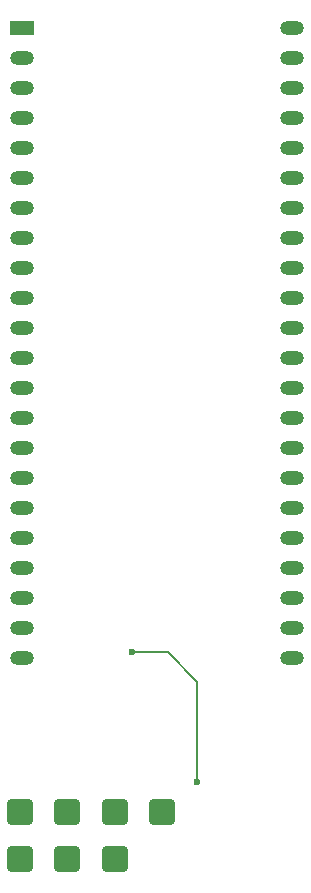
<source format=gbl>
%TF.GenerationSoftware,KiCad,Pcbnew,9.0.2*%
%TF.CreationDate,2025-07-06T23:36:37+02:00*%
%TF.ProjectId,wireless-nes-adapter,77697265-6c65-4737-932d-6e65732d6164,rev?*%
%TF.SameCoordinates,Original*%
%TF.FileFunction,Copper,L2,Bot*%
%TF.FilePolarity,Positive*%
%FSLAX46Y46*%
G04 Gerber Fmt 4.6, Leading zero omitted, Abs format (unit mm)*
G04 Created by KiCad (PCBNEW 9.0.2) date 2025-07-06 23:36:37*
%MOMM*%
%LPD*%
G01*
G04 APERTURE LIST*
G04 Aperture macros list*
%AMRoundRect*
0 Rectangle with rounded corners*
0 $1 Rounding radius*
0 $2 $3 $4 $5 $6 $7 $8 $9 X,Y pos of 4 corners*
0 Add a 4 corners polygon primitive as box body*
4,1,4,$2,$3,$4,$5,$6,$7,$8,$9,$2,$3,0*
0 Add four circle primitives for the rounded corners*
1,1,$1+$1,$2,$3*
1,1,$1+$1,$4,$5*
1,1,$1+$1,$6,$7*
1,1,$1+$1,$8,$9*
0 Add four rect primitives between the rounded corners*
20,1,$1+$1,$2,$3,$4,$5,0*
20,1,$1+$1,$4,$5,$6,$7,0*
20,1,$1+$1,$6,$7,$8,$9,0*
20,1,$1+$1,$8,$9,$2,$3,0*%
G04 Aperture macros list end*
%TA.AperFunction,ComponentPad*%
%ADD10RoundRect,0.250000X-0.825000X-0.825000X0.825000X-0.825000X0.825000X0.825000X-0.825000X0.825000X0*%
%TD*%
%TA.AperFunction,ComponentPad*%
%ADD11R,2.000000X1.200000*%
%TD*%
%TA.AperFunction,ComponentPad*%
%ADD12O,2.000000X1.200000*%
%TD*%
%TA.AperFunction,ViaPad*%
%ADD13C,0.600000*%
%TD*%
%TA.AperFunction,Conductor*%
%ADD14C,0.200000*%
%TD*%
G04 APERTURE END LIST*
D10*
%TO.P,G1,1,Pin_1*%
%TO.N,Net-(G1-Pin_1)*%
X114500000Y-124500000D03*
%TD*%
%TO.P,N2,1,Pin_1*%
%TO.N,unconnected-(N2-Pin_1-Pad1)*%
X102500000Y-128500000D03*
%TD*%
%TO.P,N1,1,Pin_1*%
%TO.N,unconnected-(N1-Pin_1-Pad1)*%
X106500000Y-128500000D03*
%TD*%
%TO.P,D1,1,Pin_1*%
%TO.N,Net-(D1-Pin_1)*%
X102500000Y-124500000D03*
%TD*%
%TO.P,L1,1,Pin_1*%
%TO.N,Net-(L1-Pin_1)*%
X106500000Y-124500000D03*
%TD*%
%TO.P,C1,1,Pin_1*%
%TO.N,Net-(C1-Pin_1)*%
X110500000Y-124500000D03*
%TD*%
%TO.P,VCC1,1,Pin_1*%
%TO.N,Net-(U1-5V)*%
X110500000Y-128500000D03*
%TD*%
D11*
%TO.P,U1,1,3V3*%
%TO.N,Net-(U1-3V3-Pad1)*%
X102640000Y-58140000D03*
D12*
%TO.P,U1,2,3V3*%
X102640000Y-60680000D03*
%TO.P,U1,3,CHIP_PU*%
%TO.N,unconnected-(U1-CHIP_PU-Pad3)*%
X102640000Y-63220000D03*
%TO.P,U1,4,GPIO4/ADC1_CH3*%
%TO.N,unconnected-(U1-GPIO4{slash}ADC1_CH3-Pad4)*%
X102640000Y-65760000D03*
%TO.P,U1,5,GPIO5/ADC1_CH4*%
%TO.N,unconnected-(U1-GPIO5{slash}ADC1_CH4-Pad5)*%
X102640000Y-68300000D03*
%TO.P,U1,6,GPIO6/ADC1_CH5*%
%TO.N,unconnected-(U1-GPIO6{slash}ADC1_CH5-Pad6)*%
X102640000Y-70840000D03*
%TO.P,U1,7,GPIO7/ADC1_CH6*%
%TO.N,unconnected-(U1-GPIO7{slash}ADC1_CH6-Pad7)*%
X102640000Y-73380000D03*
%TO.P,U1,8,GPIO15/ADC2_CH4/32K_P*%
%TO.N,unconnected-(U1-GPIO15{slash}ADC2_CH4{slash}32K_P-Pad8)*%
X102640000Y-75920000D03*
%TO.P,U1,9,GPIO16/ADC2_CH5/32K_N*%
%TO.N,unconnected-(U1-GPIO16{slash}ADC2_CH5{slash}32K_N-Pad9)*%
X102640000Y-78460000D03*
%TO.P,U1,10,GPIO17/ADC2_CH6*%
%TO.N,unconnected-(U1-GPIO17{slash}ADC2_CH6-Pad10)*%
X102640000Y-81000000D03*
%TO.P,U1,11,GPIO18/ADC2_CH7*%
%TO.N,unconnected-(U1-GPIO18{slash}ADC2_CH7-Pad11)*%
X102640000Y-83540000D03*
%TO.P,U1,12,GPIO8/ADC1_CH7*%
%TO.N,unconnected-(U1-GPIO8{slash}ADC1_CH7-Pad12)*%
X102640000Y-86080000D03*
%TO.P,U1,13,GPIO3/ADC1_CH2*%
%TO.N,unconnected-(U1-GPIO3{slash}ADC1_CH2-Pad13)*%
X102640000Y-88620000D03*
%TO.P,U1,14,GPIO46*%
%TO.N,unconnected-(U1-GPIO46-Pad14)*%
X102640000Y-91160000D03*
%TO.P,U1,15,GPIO9/ADC1_CH8*%
%TO.N,unconnected-(U1-GPIO9{slash}ADC1_CH8-Pad15)*%
X102640000Y-93700000D03*
%TO.P,U1,16,GPIO10/ADC1_CH9*%
%TO.N,unconnected-(U1-GPIO10{slash}ADC1_CH9-Pad16)*%
X102640000Y-96240000D03*
%TO.P,U1,17,GPIO11/ADC2_CH0*%
%TO.N,unconnected-(U1-GPIO11{slash}ADC2_CH0-Pad17)*%
X102640000Y-98780000D03*
%TO.P,U1,18,GPIO12/ADC2_CH1*%
%TO.N,unconnected-(U1-GPIO12{slash}ADC2_CH1-Pad18)*%
X102640000Y-101320000D03*
%TO.P,U1,19,GPIO13/ADC2_CH2*%
%TO.N,unconnected-(U1-GPIO13{slash}ADC2_CH2-Pad19)*%
X102640000Y-103860000D03*
%TO.P,U1,20,GPIO14/ADC2_CH3*%
%TO.N,unconnected-(U1-GPIO14{slash}ADC2_CH3-Pad20)*%
X102636320Y-106397280D03*
%TO.P,U1,21,5V*%
%TO.N,Net-(U1-5V)*%
X102636320Y-108937280D03*
%TO.P,U1,22,GND*%
%TO.N,Net-(G1-Pin_1)*%
X102636320Y-111477280D03*
%TO.P,U1,23,GND*%
X125500000Y-111480000D03*
%TO.P,U1,24,GND*%
X125500000Y-108940000D03*
%TO.P,U1,25,GPIO19/USB_D-*%
%TO.N,unconnected-(U1-GPIO19{slash}USB_D--Pad25)*%
X125500000Y-106400000D03*
%TO.P,U1,26,GPIO20/USB_D+*%
%TO.N,unconnected-(U1-GPIO20{slash}USB_D+-Pad26)*%
X125500000Y-103860000D03*
%TO.P,U1,27,GPIO21*%
%TO.N,Net-(C1-Pin_1)*%
X125500000Y-101320000D03*
%TO.P,U1,28,GPIO47*%
%TO.N,unconnected-(U1-GPIO47-Pad28)*%
X125500000Y-98780000D03*
%TO.P,U1,29,GPIO48*%
%TO.N,unconnected-(U1-GPIO48-Pad29)*%
X125500000Y-96240000D03*
%TO.P,U1,30,GPIO45*%
%TO.N,unconnected-(U1-GPIO45-Pad30)*%
X125500000Y-93700000D03*
%TO.P,U1,31,GPIO0*%
%TO.N,unconnected-(U1-GPIO0-Pad31)*%
X125500000Y-91160000D03*
%TO.P,U1,32,GPIO35*%
%TO.N,Net-(L1-Pin_1)*%
X125500000Y-88620000D03*
%TO.P,U1,33,GPIO36*%
%TO.N,Net-(D1-Pin_1)*%
X125500000Y-86080000D03*
%TO.P,U1,34,GPIO37*%
%TO.N,unconnected-(U1-GPIO37-Pad34)*%
X125500000Y-83540000D03*
%TO.P,U1,35,GPIO38*%
%TO.N,unconnected-(U1-GPIO38-Pad35)*%
X125500000Y-81000000D03*
%TO.P,U1,36,GPIO39/MTCK*%
%TO.N,unconnected-(U1-GPIO39{slash}MTCK-Pad36)*%
X125500000Y-78460000D03*
%TO.P,U1,37,GPIO40/MTDO*%
%TO.N,unconnected-(U1-GPIO40{slash}MTDO-Pad37)*%
X125500000Y-75920000D03*
%TO.P,U1,38,GPIO41/MTDI*%
%TO.N,unconnected-(U1-GPIO41{slash}MTDI-Pad38)*%
X125500000Y-73380000D03*
%TO.P,U1,39,GPIO42/MTMS*%
%TO.N,unconnected-(U1-GPIO42{slash}MTMS-Pad39)*%
X125500000Y-70840000D03*
%TO.P,U1,40,GPIO2/ADC1_CH1*%
%TO.N,unconnected-(U1-GPIO2{slash}ADC1_CH1-Pad40)*%
X125500000Y-68300000D03*
%TO.P,U1,41,GPIO1/ADC1_CH0*%
%TO.N,unconnected-(U1-GPIO1{slash}ADC1_CH0-Pad41)*%
X125500000Y-65760000D03*
%TO.P,U1,42,GPIO44/U0RXD*%
%TO.N,unconnected-(U1-GPIO44{slash}U0RXD-Pad42)*%
X125500000Y-63220000D03*
%TO.P,U1,43,GPIO43/U0TXD*%
%TO.N,unconnected-(U1-GPIO43{slash}U0TXD-Pad43)*%
X125500000Y-60680000D03*
%TO.P,U1,44,GND*%
%TO.N,Net-(G1-Pin_1)*%
X125500000Y-58140000D03*
%TD*%
D13*
%TO.N,Net-(U1-5V)*%
X112000000Y-111000000D03*
X117500000Y-122000000D03*
%TD*%
D14*
%TO.N,Net-(U1-5V)*%
X115000000Y-111000000D02*
X112000000Y-111000000D01*
X117500000Y-122000000D02*
X117500000Y-113500000D01*
X117500000Y-113500000D02*
X115000000Y-111000000D01*
%TD*%
M02*

</source>
